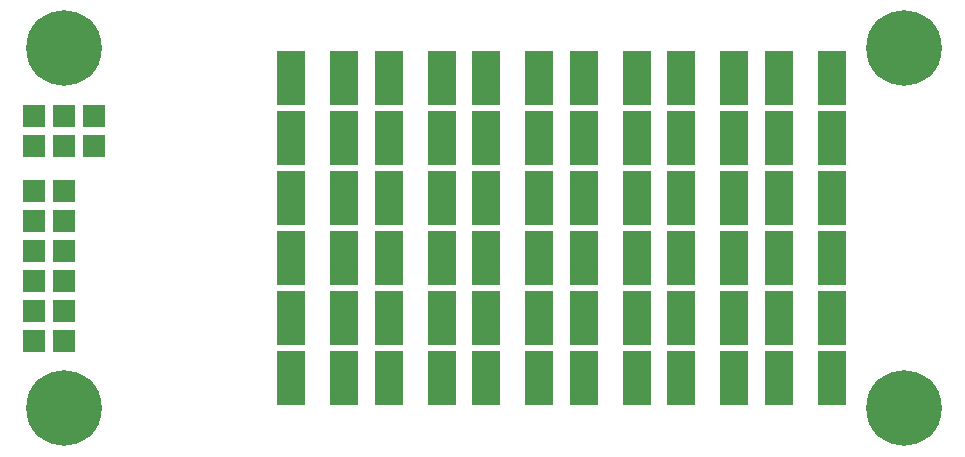
<source format=gbr>
G04 #@! TF.GenerationSoftware,KiCad,Pcbnew,(2017-02-05 revision 431abcf)-makepkg*
G04 #@! TF.CreationDate,2017-11-30T07:51:15+01:00*
G04 #@! TF.ProjectId,PCRD03A,504352443033412E6B696361645F7063,rev?*
G04 #@! TF.FileFunction,Soldermask,Top*
G04 #@! TF.FilePolarity,Negative*
%FSLAX46Y46*%
G04 Gerber Fmt 4.6, Leading zero omitted, Abs format (unit mm)*
G04 Created by KiCad (PCBNEW (2017-02-05 revision 431abcf)-makepkg) date 11/30/17 07:51:15*
%MOMM*%
%LPD*%
G01*
G04 APERTURE LIST*
%ADD10C,0.100000*%
%ADD11R,1.924000X1.924000*%
%ADD12C,6.400000*%
%ADD13R,2.400000X4.600000*%
G04 APERTURE END LIST*
D10*
D11*
X48260000Y-41275000D03*
X48260000Y-43815000D03*
X45720000Y-41275000D03*
X45720000Y-43815000D03*
X43180000Y-41275000D03*
X43180000Y-43815000D03*
D12*
X116840000Y-66040000D03*
X116840000Y-35560000D03*
X45720000Y-35560000D03*
X45720000Y-66040000D03*
D13*
X69433000Y-43180000D03*
X64933000Y-43180000D03*
X69433000Y-38100000D03*
X64933000Y-38100000D03*
X69433000Y-53340000D03*
X64933000Y-53340000D03*
X69433000Y-63500000D03*
X64933000Y-63500000D03*
X69433000Y-48260000D03*
X64933000Y-48260000D03*
X69433000Y-58420000D03*
X64933000Y-58420000D03*
X77688000Y-38100000D03*
X73188000Y-38100000D03*
X77688000Y-43180000D03*
X73188000Y-43180000D03*
X77688000Y-48260000D03*
X73188000Y-48260000D03*
X77688000Y-63500000D03*
X73188000Y-63500000D03*
X77688000Y-53340000D03*
X73188000Y-53340000D03*
X77688000Y-58420000D03*
X73188000Y-58420000D03*
X85943000Y-38100000D03*
X81443000Y-38100000D03*
X85943000Y-43180000D03*
X81443000Y-43180000D03*
X85943000Y-48260000D03*
X81443000Y-48260000D03*
X85943000Y-63500000D03*
X81443000Y-63500000D03*
X85943000Y-53340000D03*
X81443000Y-53340000D03*
X85943000Y-58420000D03*
X81443000Y-58420000D03*
X94198000Y-58420000D03*
X89698000Y-58420000D03*
X94198000Y-53340000D03*
X89698000Y-53340000D03*
X94198000Y-43180000D03*
X89698000Y-43180000D03*
X94198000Y-63500000D03*
X89698000Y-63500000D03*
X94198000Y-48260000D03*
X89698000Y-48260000D03*
X94198000Y-38100000D03*
X89698000Y-38100000D03*
X102453000Y-58420000D03*
X97953000Y-58420000D03*
X102453000Y-53340000D03*
X97953000Y-53340000D03*
X102453000Y-63500000D03*
X97953000Y-63500000D03*
X102453000Y-43180000D03*
X97953000Y-43180000D03*
X102453000Y-48260000D03*
X97953000Y-48260000D03*
X102453000Y-38100000D03*
X97953000Y-38100000D03*
X110708000Y-38100000D03*
X106208000Y-38100000D03*
X110708000Y-43180000D03*
X106208000Y-43180000D03*
X110708000Y-48260000D03*
X106208000Y-48260000D03*
X110708000Y-53340000D03*
X106208000Y-53340000D03*
X110708000Y-58420000D03*
X106208000Y-58420000D03*
X110708000Y-63500000D03*
X106208000Y-63500000D03*
D11*
X43180000Y-47625000D03*
X45720000Y-47625000D03*
X43180000Y-50165000D03*
X45720000Y-50165000D03*
X43180000Y-52705000D03*
X45720000Y-52705000D03*
X43180000Y-55245000D03*
X45720000Y-55245000D03*
X43180000Y-57785000D03*
X45720000Y-57785000D03*
X43180000Y-60325000D03*
X45720000Y-60325000D03*
M02*

</source>
